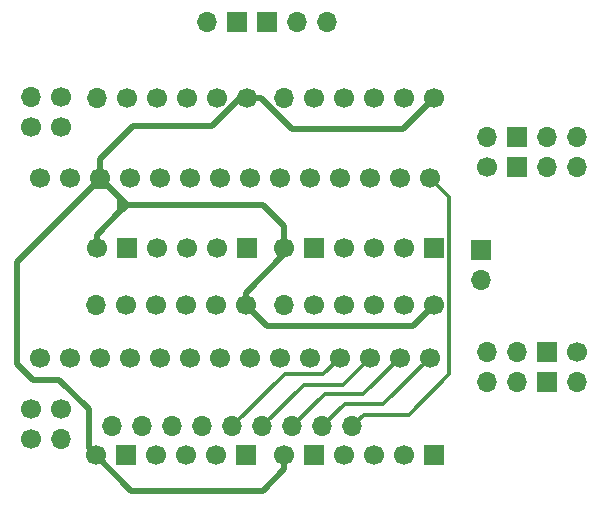
<source format=gtl>
G04 #@! TF.GenerationSoftware,KiCad,Pcbnew,7.0.5*
G04 #@! TF.CreationDate,2023-07-14T01:04:21-04:00*
G04 #@! TF.ProjectId,Tadpole,54616470-6f6c-4652-9e6b-696361645f70,rev?*
G04 #@! TF.SameCoordinates,Original*
G04 #@! TF.FileFunction,Copper,L1,Top*
G04 #@! TF.FilePolarity,Positive*
%FSLAX46Y46*%
G04 Gerber Fmt 4.6, Leading zero omitted, Abs format (unit mm)*
G04 Created by KiCad (PCBNEW 7.0.5) date 2023-07-14 01:04:21*
%MOMM*%
%LPD*%
G01*
G04 APERTURE LIST*
G04 #@! TA.AperFunction,ComponentPad*
%ADD10C,1.700000*%
G04 #@! TD*
G04 #@! TA.AperFunction,ComponentPad*
%ADD11O,1.700000X1.700000*%
G04 #@! TD*
G04 #@! TA.AperFunction,ComponentPad*
%ADD12R,1.700000X1.700000*%
G04 #@! TD*
G04 #@! TA.AperFunction,Conductor*
%ADD13C,0.500000*%
G04 #@! TD*
G04 #@! TA.AperFunction,Conductor*
%ADD14C,0.300000*%
G04 #@! TD*
G04 APERTURE END LIST*
D10*
X114503200Y-84963000D03*
D11*
X114503200Y-82423000D03*
D10*
X117043200Y-84963000D03*
X117043200Y-82423000D03*
X117043200Y-108864400D03*
D11*
X117043200Y-111404400D03*
D10*
X114503200Y-108864400D03*
X114503200Y-111404400D03*
X153131200Y-88327000D03*
D11*
X153131200Y-85787000D03*
D12*
X155671200Y-88327000D03*
X155671200Y-85787000D03*
D11*
X158211200Y-88327000D03*
X158211200Y-85787000D03*
X160751200Y-88327000D03*
X160751200Y-85787000D03*
D10*
X160731200Y-104013000D03*
D11*
X160731200Y-106553000D03*
D12*
X158191200Y-104013000D03*
X158191200Y-106553000D03*
D11*
X155651200Y-104013000D03*
X155651200Y-106553000D03*
X153111200Y-104013000D03*
X153111200Y-106553000D03*
X139573000Y-76073000D03*
X137033000Y-76073000D03*
D12*
X134493000Y-76073000D03*
X131953000Y-76073000D03*
D11*
X129413000Y-76073000D03*
X121423600Y-110337600D03*
X123963600Y-110337600D03*
X126503600Y-110337600D03*
X129043600Y-110337600D03*
X131583600Y-110337600D03*
X134123600Y-110337600D03*
X136663600Y-110337600D03*
X139203600Y-110337600D03*
X141743600Y-110337600D03*
D12*
X152597000Y-95397400D03*
D11*
X152597000Y-97937400D03*
D10*
X117815200Y-104521000D03*
X120355200Y-104521000D03*
X122895200Y-104521000D03*
X125435200Y-104521000D03*
X120355200Y-89281000D03*
X127975200Y-104521000D03*
X130515200Y-104521000D03*
X133055200Y-104521000D03*
X135595200Y-104521000D03*
X138135200Y-104521000D03*
X140675200Y-104521000D03*
X143215200Y-104521000D03*
X145755200Y-104521000D03*
X148295200Y-104521000D03*
X148295200Y-89281000D03*
X145755200Y-89281000D03*
X143215200Y-89281000D03*
X140675200Y-89281000D03*
X138135200Y-89281000D03*
X135595200Y-89281000D03*
X133055200Y-89281000D03*
X130515200Y-89281000D03*
X127975200Y-89281000D03*
X125435200Y-89281000D03*
X122895200Y-89281000D03*
X117815200Y-89281000D03*
X115275200Y-104521000D03*
X115275200Y-89281000D03*
D11*
X119999600Y-100076000D03*
D10*
X122539600Y-100076000D03*
X125079600Y-100076000D03*
X127619600Y-100076000D03*
X130159600Y-100076000D03*
X132699600Y-100076000D03*
X119999600Y-112776000D03*
D12*
X122539600Y-112776000D03*
D10*
X125079600Y-112776000D03*
X127619600Y-112776000D03*
X130159600Y-112776000D03*
D12*
X132699600Y-112776000D03*
D11*
X120101200Y-82524600D03*
D10*
X122641200Y-82524600D03*
X125181200Y-82524600D03*
X127721200Y-82524600D03*
X130261200Y-82524600D03*
X132801200Y-82524600D03*
X120101200Y-95224600D03*
D12*
X122641200Y-95224600D03*
D10*
X125181200Y-95224600D03*
X127721200Y-95224600D03*
X130261200Y-95224600D03*
D12*
X132801200Y-95224600D03*
D11*
X135976200Y-100076000D03*
D10*
X138516200Y-100076000D03*
X141056200Y-100076000D03*
X143596200Y-100076000D03*
X146136200Y-100076000D03*
X148676200Y-100076000D03*
X135976200Y-112776000D03*
D12*
X138516200Y-112776000D03*
D10*
X141056200Y-112776000D03*
X143596200Y-112776000D03*
X146136200Y-112776000D03*
D12*
X148676200Y-112776000D03*
D11*
X135976200Y-82524600D03*
D10*
X138516200Y-82524600D03*
X141056200Y-82524600D03*
X143596200Y-82524600D03*
X146136200Y-82524600D03*
X148676200Y-82524600D03*
X135976200Y-95224600D03*
D12*
X138516200Y-95224600D03*
D10*
X141056200Y-95224600D03*
X143596200Y-95224600D03*
X146136200Y-95224600D03*
D12*
X148676200Y-95224600D03*
D13*
X122090100Y-92118100D02*
X122090100Y-91015900D01*
X122026600Y-90952400D02*
X122153600Y-91079400D01*
X121010600Y-89936400D02*
X122026600Y-90952400D01*
X122090100Y-91015900D02*
X122026600Y-90952400D01*
X122090100Y-92118100D02*
X120101200Y-94107000D01*
X122280600Y-91927600D02*
X122090100Y-92118100D01*
X119804100Y-89959100D02*
X119826800Y-89936400D01*
X119826800Y-89936400D02*
X121010600Y-89936400D01*
X120355200Y-89281000D02*
X121010600Y-89936400D01*
X119804100Y-89959100D02*
X120355200Y-89408000D01*
X113370200Y-96393000D02*
X119804100Y-89959100D01*
X122280600Y-91927600D02*
X122153600Y-91800600D01*
X122153600Y-91079400D02*
X122641200Y-91567000D01*
X122153600Y-91800600D02*
X122153600Y-91079400D01*
X122641200Y-91567000D02*
X122280600Y-91927600D01*
D14*
X137654200Y-106807000D02*
X134123600Y-110337600D01*
X140929200Y-106807000D02*
X137654200Y-106807000D01*
X143215200Y-104521000D02*
X140929200Y-106807000D01*
X141083200Y-108458000D02*
X139203600Y-110337600D01*
X144358200Y-108458000D02*
X141083200Y-108458000D01*
X148295200Y-104521000D02*
X144358200Y-108458000D01*
X142734200Y-109347000D02*
X141743600Y-110337600D01*
X149946200Y-105933400D02*
X146532600Y-109347000D01*
X149946200Y-90932000D02*
X149946200Y-105933400D01*
X146532600Y-109347000D02*
X142734200Y-109347000D01*
X148295200Y-89281000D02*
X149946200Y-90932000D01*
X136003200Y-105918000D02*
X139278200Y-105918000D01*
X131583600Y-110337600D02*
X136003200Y-105918000D01*
X139278200Y-105918000D02*
X140675200Y-104521000D01*
D13*
X129844800Y-84937600D02*
X132257800Y-82524600D01*
X132801200Y-82524600D02*
X133985000Y-82524600D01*
X120355200Y-89281000D02*
X120355200Y-87731600D01*
X120355200Y-89408000D02*
X120355200Y-89281000D01*
X132699600Y-100076000D02*
X134477600Y-101854000D01*
X134155681Y-115798600D02*
X123022200Y-115798600D01*
X114665600Y-106375200D02*
X113370200Y-105079800D01*
X134188200Y-91567000D02*
X135976200Y-93355000D01*
X135976200Y-95722600D02*
X132699600Y-98999200D01*
X122641200Y-91567000D02*
X134188200Y-91567000D01*
X133985000Y-82524600D02*
X136652000Y-85191600D01*
X132257800Y-82524600D02*
X132801200Y-82524600D01*
X132699600Y-98999200D02*
X132699600Y-100076000D01*
X134477600Y-101854000D02*
X146898200Y-101854000D01*
X135976200Y-93355000D02*
X135976200Y-95224600D01*
X119999600Y-112776000D02*
X119415400Y-112191800D01*
X136652000Y-85191600D02*
X146009200Y-85191600D01*
X119415400Y-108864400D02*
X116926200Y-106375200D01*
X120101200Y-94107000D02*
X120101200Y-95224600D01*
X135976200Y-113978081D02*
X134155681Y-115798600D01*
X146898200Y-101854000D02*
X148676200Y-100076000D01*
X135976200Y-95224600D02*
X135976200Y-95722600D01*
X116926200Y-106375200D02*
X114665600Y-106375200D01*
X119415400Y-112191800D02*
X119415400Y-108864400D01*
X123022200Y-115798600D02*
X119999600Y-112776000D01*
X120355200Y-87731600D02*
X123149200Y-84937600D01*
X113370200Y-105079800D02*
X113370200Y-96393000D01*
X123149200Y-84937600D02*
X129844800Y-84937600D01*
X135976200Y-112776000D02*
X135976200Y-113978081D01*
X146009200Y-85191600D02*
X148676200Y-82524600D01*
D14*
X139406800Y-107594400D02*
X136663600Y-110337600D01*
X145755200Y-104521000D02*
X142681800Y-107594400D01*
X142681800Y-107594400D02*
X139406800Y-107594400D01*
M02*

</source>
